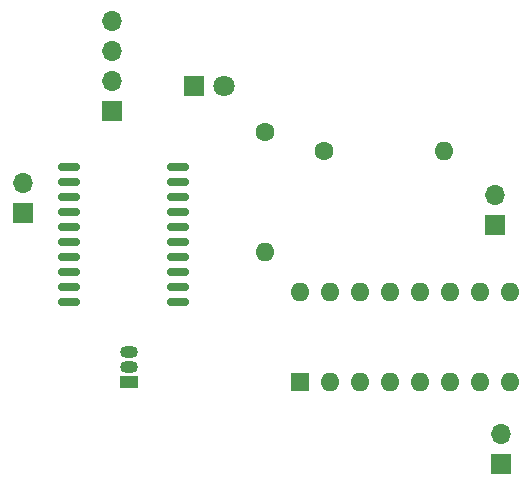
<source format=gts>
G04 #@! TF.GenerationSoftware,KiCad,Pcbnew,8.0.1*
G04 #@! TF.CreationDate,2024-05-12T16:03:36-04:00*
G04 #@! TF.ProjectId,recyclobot_main,72656379-636c-46f6-926f-745f6d61696e,rev?*
G04 #@! TF.SameCoordinates,Original*
G04 #@! TF.FileFunction,Soldermask,Top*
G04 #@! TF.FilePolarity,Negative*
%FSLAX46Y46*%
G04 Gerber Fmt 4.6, Leading zero omitted, Abs format (unit mm)*
G04 Created by KiCad (PCBNEW 8.0.1) date 2024-05-12 16:03:36*
%MOMM*%
%LPD*%
G01*
G04 APERTURE LIST*
G04 Aperture macros list*
%AMRoundRect*
0 Rectangle with rounded corners*
0 $1 Rounding radius*
0 $2 $3 $4 $5 $6 $7 $8 $9 X,Y pos of 4 corners*
0 Add a 4 corners polygon primitive as box body*
4,1,4,$2,$3,$4,$5,$6,$7,$8,$9,$2,$3,0*
0 Add four circle primitives for the rounded corners*
1,1,$1+$1,$2,$3*
1,1,$1+$1,$4,$5*
1,1,$1+$1,$6,$7*
1,1,$1+$1,$8,$9*
0 Add four rect primitives between the rounded corners*
20,1,$1+$1,$2,$3,$4,$5,0*
20,1,$1+$1,$4,$5,$6,$7,0*
20,1,$1+$1,$6,$7,$8,$9,0*
20,1,$1+$1,$8,$9,$2,$3,0*%
G04 Aperture macros list end*
%ADD10R,1.500000X1.050000*%
%ADD11O,1.500000X1.050000*%
%ADD12R,1.600000X1.600000*%
%ADD13O,1.600000X1.600000*%
%ADD14RoundRect,0.150000X-0.800000X-0.150000X0.800000X-0.150000X0.800000X0.150000X-0.800000X0.150000X0*%
%ADD15C,1.600000*%
%ADD16R,1.700000X1.700000*%
%ADD17O,1.700000X1.700000*%
%ADD18R,1.800000X1.800000*%
%ADD19C,1.800000*%
G04 APERTURE END LIST*
D10*
X137000000Y-100540000D03*
D11*
X137000000Y-99270000D03*
X137000000Y-98000000D03*
D12*
X151420000Y-100500000D03*
D13*
X153960000Y-100500000D03*
X156500000Y-100500000D03*
X159040000Y-100500000D03*
X161580000Y-100500000D03*
X164120000Y-100500000D03*
X166660000Y-100500000D03*
X169200000Y-100500000D03*
X169200000Y-92880000D03*
X166660000Y-92880000D03*
X164120000Y-92880000D03*
X161580000Y-92880000D03*
X159040000Y-92880000D03*
X156500000Y-92880000D03*
X153960000Y-92880000D03*
X151420000Y-92880000D03*
D14*
X141100000Y-82285000D03*
X141100000Y-83555000D03*
X141100000Y-84825000D03*
X141100000Y-86095000D03*
X141100000Y-87365000D03*
X141100000Y-88635000D03*
X141100000Y-89905000D03*
X141100000Y-91175000D03*
X141100000Y-92445000D03*
X141100000Y-93715000D03*
X131900000Y-93715000D03*
X131900000Y-92445000D03*
X131900000Y-91175000D03*
X131900000Y-89905000D03*
X131900000Y-88635000D03*
X131900000Y-87365000D03*
X131900000Y-86095000D03*
X131900000Y-84825000D03*
X131900000Y-83555000D03*
X131900000Y-82285000D03*
D15*
X153500000Y-81000000D03*
D13*
X163660000Y-81000000D03*
D15*
X148500000Y-79340000D03*
D13*
X148500000Y-89500000D03*
D16*
X135500000Y-77620000D03*
D17*
X135500000Y-75080000D03*
X135500000Y-72540000D03*
X135500000Y-70000000D03*
D16*
X168500000Y-107500000D03*
D17*
X168500000Y-104960000D03*
D16*
X167975000Y-87250000D03*
D17*
X167975000Y-84710000D03*
D16*
X127975000Y-86250000D03*
D17*
X127975000Y-83710000D03*
D18*
X142500000Y-75500000D03*
D19*
X145040000Y-75500000D03*
M02*

</source>
